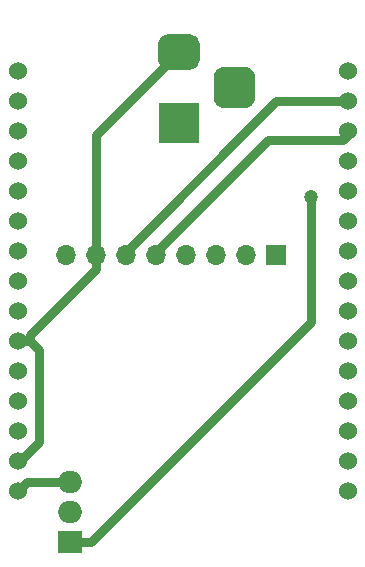
<source format=gbr>
%TF.GenerationSoftware,KiCad,Pcbnew,(5.1.6)-1*%
%TF.CreationDate,2020-11-18T20:34:03+02:00*%
%TF.ProjectId,Gesture-Control-PCB,47657374-7572-4652-9d43-6f6e74726f6c,rev?*%
%TF.SameCoordinates,Original*%
%TF.FileFunction,Copper,L2,Bot*%
%TF.FilePolarity,Positive*%
%FSLAX46Y46*%
G04 Gerber Fmt 4.6, Leading zero omitted, Abs format (unit mm)*
G04 Created by KiCad (PCBNEW (5.1.6)-1) date 2020-11-18 20:34:03*
%MOMM*%
%LPD*%
G01*
G04 APERTURE LIST*
%TA.AperFunction,ComponentPad*%
%ADD10O,2.000000X1.905000*%
%TD*%
%TA.AperFunction,ComponentPad*%
%ADD11R,2.000000X1.905000*%
%TD*%
%TA.AperFunction,ComponentPad*%
%ADD12R,3.500000X3.500000*%
%TD*%
%TA.AperFunction,ComponentPad*%
%ADD13C,1.524000*%
%TD*%
%TA.AperFunction,ComponentPad*%
%ADD14R,1.700000X1.700000*%
%TD*%
%TA.AperFunction,ComponentPad*%
%ADD15O,1.700000X1.700000*%
%TD*%
%TA.AperFunction,ViaPad*%
%ADD16C,1.200000*%
%TD*%
%TA.AperFunction,Conductor*%
%ADD17C,0.750000*%
%TD*%
G04 APERTURE END LIST*
D10*
%TO.P,U1,3*%
%TO.N,+6V*%
X91800000Y-112420000D03*
%TO.P,U1,2*%
%TO.N,GND*%
X91800000Y-114960000D03*
D11*
%TO.P,U1,1*%
%TO.N,+12V*%
X91800000Y-117500000D03*
%TD*%
D12*
%TO.P,J1,1*%
%TO.N,+12V*%
X101000000Y-82000000D03*
%TO.P,J1,2*%
%TO.N,GND*%
%TA.AperFunction,ComponentPad*%
G36*
G01*
X100000000Y-74500000D02*
X102000000Y-74500000D01*
G75*
G02*
X102750000Y-75250000I0J-750000D01*
G01*
X102750000Y-76750000D01*
G75*
G02*
X102000000Y-77500000I-750000J0D01*
G01*
X100000000Y-77500000D01*
G75*
G02*
X99250000Y-76750000I0J750000D01*
G01*
X99250000Y-75250000D01*
G75*
G02*
X100000000Y-74500000I750000J0D01*
G01*
G37*
%TD.AperFunction*%
%TO.P,J1,3*%
%TO.N,N/C*%
%TA.AperFunction,ComponentPad*%
G36*
G01*
X104825000Y-77250000D02*
X106575000Y-77250000D01*
G75*
G02*
X107450000Y-78125000I0J-875000D01*
G01*
X107450000Y-79875000D01*
G75*
G02*
X106575000Y-80750000I-875000J0D01*
G01*
X104825000Y-80750000D01*
G75*
G02*
X103950000Y-79875000I0J875000D01*
G01*
X103950000Y-78125000D01*
G75*
G02*
X104825000Y-77250000I875000J0D01*
G01*
G37*
%TD.AperFunction*%
%TD*%
D13*
%TO.P,U3,1*%
%TO.N,N/C*%
X87355001Y-77620001D03*
%TO.P,U3,2*%
X87355001Y-80160001D03*
%TO.P,U3,3*%
X87355001Y-82700001D03*
%TO.P,U3,4*%
X87355001Y-85240001D03*
%TO.P,U3,5*%
X87355001Y-87780001D03*
%TO.P,U3,6*%
X87355001Y-90320001D03*
%TO.P,U3,7*%
X87355001Y-92860001D03*
%TO.P,U3,8*%
X87355001Y-95400001D03*
%TO.P,U3,9*%
X87355001Y-97940001D03*
%TO.P,U3,10*%
%TO.N,GND*%
X87355001Y-100480001D03*
%TO.P,U3,11*%
%TO.N,+3V3*%
X87355001Y-103020001D03*
%TO.P,U3,12*%
%TO.N,N/C*%
X87355001Y-105560001D03*
%TO.P,U3,13*%
X87355001Y-108100001D03*
%TO.P,U3,14*%
%TO.N,GND*%
X87355001Y-110640001D03*
%TO.P,U3,15*%
%TO.N,+6V*%
X87355001Y-113180001D03*
%TO.P,U3,16*%
%TO.N,+3V3*%
X115295001Y-113180001D03*
%TO.P,U3,17*%
%TO.N,GND*%
X115295001Y-110640001D03*
%TO.P,U3,18*%
%TO.N,N/C*%
X115295001Y-108100001D03*
%TO.P,U3,19*%
X115295001Y-105560001D03*
%TO.P,U3,20*%
X115295001Y-103020001D03*
%TO.P,U3,21*%
X115295001Y-100480001D03*
%TO.P,U3,22*%
X115295001Y-97940001D03*
%TO.P,U3,23*%
X115295001Y-95400001D03*
%TO.P,U3,24*%
%TO.N,GND*%
X115295001Y-92860001D03*
%TO.P,U3,25*%
%TO.N,+3V3*%
X115295001Y-90320001D03*
%TO.P,U3,26*%
%TO.N,N/C*%
X115295001Y-87780001D03*
%TO.P,U3,27*%
X115295001Y-85240001D03*
%TO.P,U3,28*%
%TO.N,/SDA*%
X115295001Y-82700001D03*
%TO.P,U3,29*%
%TO.N,/SCL*%
X115295001Y-80160001D03*
%TO.P,U3,30*%
%TO.N,N/C*%
X115295001Y-77620001D03*
%TD*%
D14*
%TO.P,J2,1*%
%TO.N,N/C*%
X109200000Y-93200000D03*
D15*
%TO.P,J2,2*%
X106660000Y-93200000D03*
%TO.P,J2,3*%
X104120000Y-93200000D03*
%TO.P,J2,4*%
X101580000Y-93200000D03*
%TO.P,J2,5*%
%TO.N,/SDA*%
X99040000Y-93200000D03*
%TO.P,J2,6*%
%TO.N,/SCL*%
X96500000Y-93200000D03*
%TO.P,J2,7*%
%TO.N,GND*%
X93960000Y-93200000D03*
%TO.P,J2,8*%
%TO.N,+3V3*%
X91420000Y-93200000D03*
%TD*%
D16*
%TO.N,+12V*%
X112200000Y-88300000D03*
%TD*%
D17*
%TO.N,+12V*%
X93550000Y-117500000D02*
X91800000Y-117500000D01*
X112200000Y-98850000D02*
X93550000Y-117500000D01*
X112200000Y-88300000D02*
X112200000Y-98850000D01*
%TO.N,GND*%
X89192002Y-108981762D02*
X87533763Y-110640001D01*
X88432631Y-100480001D02*
X89192002Y-101239372D01*
X87533763Y-110640001D02*
X87355001Y-110640001D01*
X87355001Y-100480001D02*
X88432631Y-100480001D01*
X89192002Y-108192002D02*
X89192002Y-108981762D01*
X89192002Y-101239372D02*
X89192002Y-108192002D01*
X93960000Y-83040000D02*
X101000000Y-76000000D01*
X93960000Y-93200000D02*
X93960000Y-83040000D01*
X88432631Y-99929450D02*
X88432631Y-100480001D01*
X93960000Y-94402081D02*
X88432631Y-99929450D01*
X93960000Y-93200000D02*
X93960000Y-94402081D01*
%TO.N,/SDA*%
X99040000Y-92890998D02*
X99040000Y-93200000D01*
X108527998Y-83403000D02*
X99040000Y-92890998D01*
X114897000Y-83403000D02*
X108527998Y-83403000D01*
X115295001Y-83004999D02*
X114897000Y-83403000D01*
X115295001Y-82700001D02*
X115295001Y-83004999D01*
%TO.N,/SCL*%
X109230997Y-80160001D02*
X115295001Y-80160001D01*
X96500000Y-92890998D02*
X109230997Y-80160001D01*
X96500000Y-93200000D02*
X96500000Y-92890998D01*
%TO.N,+6V*%
X88115002Y-112420000D02*
X91800000Y-112420000D01*
X87355001Y-113180001D02*
X88115002Y-112420000D01*
%TD*%
M02*

</source>
